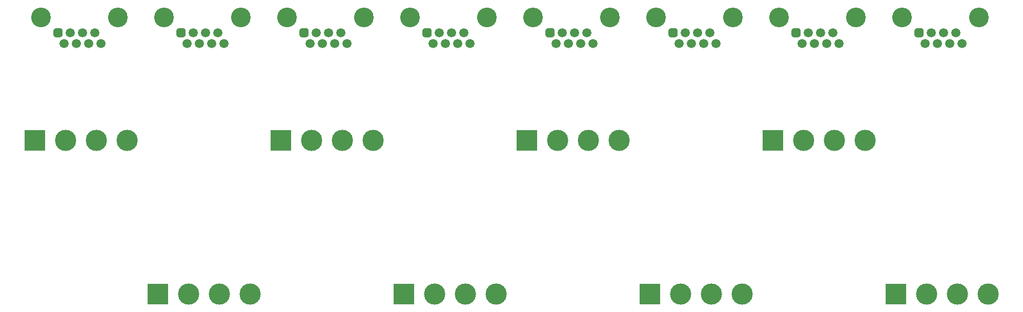
<source format=gbr>
G04 #@! TF.GenerationSoftware,KiCad,Pcbnew,(5.1.9)-1*
G04 #@! TF.CreationDate,2021-09-29T15:51:31-03:00*
G04 #@! TF.ProjectId,RJ45-breakout_8ch,524a3435-2d62-4726-9561-6b6f75745f38,rev?*
G04 #@! TF.SameCoordinates,Original*
G04 #@! TF.FileFunction,Soldermask,Top*
G04 #@! TF.FilePolarity,Negative*
%FSLAX46Y46*%
G04 Gerber Fmt 4.6, Leading zero omitted, Abs format (unit mm)*
G04 Created by KiCad (PCBNEW (5.1.9)-1) date 2021-09-29 15:51:31*
%MOMM*%
%LPD*%
G01*
G04 APERTURE LIST*
%ADD10R,3.500000X3.500000*%
%ADD11C,3.500000*%
%ADD12C,1.500000*%
%ADD13C,3.250000*%
G04 APERTURE END LIST*
D10*
G04 #@! TO.C,J16*
X214630000Y-119380000D03*
D11*
X219710000Y-119380000D03*
X224790000Y-119380000D03*
X229870000Y-119380000D03*
G04 #@! TD*
D10*
G04 #@! TO.C,J15*
X194310000Y-93980000D03*
D11*
X199390000Y-93980000D03*
X204470000Y-93980000D03*
X209550000Y-93980000D03*
G04 #@! TD*
D10*
G04 #@! TO.C,J14*
X173990000Y-119380000D03*
D11*
X179070000Y-119380000D03*
X184150000Y-119380000D03*
X189230000Y-119380000D03*
G04 #@! TD*
D10*
G04 #@! TO.C,J13*
X153670000Y-93980000D03*
D11*
X158750000Y-93980000D03*
X163830000Y-93980000D03*
X168910000Y-93980000D03*
G04 #@! TD*
D10*
G04 #@! TO.C,J12*
X133350000Y-119380000D03*
D11*
X138430000Y-119380000D03*
X143510000Y-119380000D03*
X148590000Y-119380000D03*
G04 #@! TD*
D10*
G04 #@! TO.C,J11*
X113030000Y-93980000D03*
D11*
X118110000Y-93980000D03*
X123190000Y-93980000D03*
X128270000Y-93980000D03*
G04 #@! TD*
D10*
G04 #@! TO.C,J10*
X92710000Y-119380000D03*
D11*
X97790000Y-119380000D03*
X102870000Y-119380000D03*
X107950000Y-119380000D03*
G04 #@! TD*
D10*
G04 #@! TO.C,J9*
X72390000Y-93980000D03*
D11*
X77470000Y-93980000D03*
X82550000Y-93980000D03*
X87630000Y-93980000D03*
G04 #@! TD*
G04 #@! TO.C,J1*
G36*
G01*
X75450000Y-76575000D02*
X75450000Y-75825000D01*
G75*
G02*
X75825000Y-75450000I375000J0D01*
G01*
X76575000Y-75450000D01*
G75*
G02*
X76950000Y-75825000I0J-375000D01*
G01*
X76950000Y-76575000D01*
G75*
G02*
X76575000Y-76950000I-375000J0D01*
G01*
X75825000Y-76950000D01*
G75*
G02*
X75450000Y-76575000I0J375000D01*
G01*
G37*
D12*
X78232000Y-76200000D03*
X80264000Y-76200000D03*
X82296000Y-76200000D03*
X77216000Y-77980000D03*
X79248000Y-77980000D03*
X81280000Y-77980000D03*
X83312000Y-77980000D03*
D13*
X73410000Y-73660000D03*
X86110000Y-73660000D03*
G04 #@! TD*
G04 #@! TO.C,J2*
G36*
G01*
X95770000Y-76575000D02*
X95770000Y-75825000D01*
G75*
G02*
X96145000Y-75450000I375000J0D01*
G01*
X96895000Y-75450000D01*
G75*
G02*
X97270000Y-75825000I0J-375000D01*
G01*
X97270000Y-76575000D01*
G75*
G02*
X96895000Y-76950000I-375000J0D01*
G01*
X96145000Y-76950000D01*
G75*
G02*
X95770000Y-76575000I0J375000D01*
G01*
G37*
D12*
X98552000Y-76200000D03*
X100584000Y-76200000D03*
X102616000Y-76200000D03*
X97536000Y-77980000D03*
X99568000Y-77980000D03*
X101600000Y-77980000D03*
X103632000Y-77980000D03*
D13*
X93730000Y-73660000D03*
X106430000Y-73660000D03*
G04 #@! TD*
G04 #@! TO.C,J3*
G36*
G01*
X116090000Y-76575000D02*
X116090000Y-75825000D01*
G75*
G02*
X116465000Y-75450000I375000J0D01*
G01*
X117215000Y-75450000D01*
G75*
G02*
X117590000Y-75825000I0J-375000D01*
G01*
X117590000Y-76575000D01*
G75*
G02*
X117215000Y-76950000I-375000J0D01*
G01*
X116465000Y-76950000D01*
G75*
G02*
X116090000Y-76575000I0J375000D01*
G01*
G37*
D12*
X118872000Y-76200000D03*
X120904000Y-76200000D03*
X122936000Y-76200000D03*
X117856000Y-77980000D03*
X119888000Y-77980000D03*
X121920000Y-77980000D03*
X123952000Y-77980000D03*
D13*
X114050000Y-73660000D03*
X126750000Y-73660000D03*
G04 #@! TD*
G04 #@! TO.C,J4*
G36*
G01*
X136410000Y-76575000D02*
X136410000Y-75825000D01*
G75*
G02*
X136785000Y-75450000I375000J0D01*
G01*
X137535000Y-75450000D01*
G75*
G02*
X137910000Y-75825000I0J-375000D01*
G01*
X137910000Y-76575000D01*
G75*
G02*
X137535000Y-76950000I-375000J0D01*
G01*
X136785000Y-76950000D01*
G75*
G02*
X136410000Y-76575000I0J375000D01*
G01*
G37*
D12*
X139192000Y-76200000D03*
X141224000Y-76200000D03*
X143256000Y-76200000D03*
X138176000Y-77980000D03*
X140208000Y-77980000D03*
X142240000Y-77980000D03*
X144272000Y-77980000D03*
D13*
X134370000Y-73660000D03*
X147070000Y-73660000D03*
G04 #@! TD*
G04 #@! TO.C,J5*
G36*
G01*
X156730000Y-76575000D02*
X156730000Y-75825000D01*
G75*
G02*
X157105000Y-75450000I375000J0D01*
G01*
X157855000Y-75450000D01*
G75*
G02*
X158230000Y-75825000I0J-375000D01*
G01*
X158230000Y-76575000D01*
G75*
G02*
X157855000Y-76950000I-375000J0D01*
G01*
X157105000Y-76950000D01*
G75*
G02*
X156730000Y-76575000I0J375000D01*
G01*
G37*
D12*
X159512000Y-76200000D03*
X161544000Y-76200000D03*
X163576000Y-76200000D03*
X158496000Y-77980000D03*
X160528000Y-77980000D03*
X162560000Y-77980000D03*
X164592000Y-77980000D03*
D13*
X154690000Y-73660000D03*
X167390000Y-73660000D03*
G04 #@! TD*
G04 #@! TO.C,J6*
G36*
G01*
X177050000Y-76575000D02*
X177050000Y-75825000D01*
G75*
G02*
X177425000Y-75450000I375000J0D01*
G01*
X178175000Y-75450000D01*
G75*
G02*
X178550000Y-75825000I0J-375000D01*
G01*
X178550000Y-76575000D01*
G75*
G02*
X178175000Y-76950000I-375000J0D01*
G01*
X177425000Y-76950000D01*
G75*
G02*
X177050000Y-76575000I0J375000D01*
G01*
G37*
D12*
X179832000Y-76200000D03*
X181864000Y-76200000D03*
X183896000Y-76200000D03*
X178816000Y-77980000D03*
X180848000Y-77980000D03*
X182880000Y-77980000D03*
X184912000Y-77980000D03*
D13*
X175010000Y-73660000D03*
X187710000Y-73660000D03*
G04 #@! TD*
G04 #@! TO.C,J7*
G36*
G01*
X197370000Y-76575000D02*
X197370000Y-75825000D01*
G75*
G02*
X197745000Y-75450000I375000J0D01*
G01*
X198495000Y-75450000D01*
G75*
G02*
X198870000Y-75825000I0J-375000D01*
G01*
X198870000Y-76575000D01*
G75*
G02*
X198495000Y-76950000I-375000J0D01*
G01*
X197745000Y-76950000D01*
G75*
G02*
X197370000Y-76575000I0J375000D01*
G01*
G37*
D12*
X200152000Y-76200000D03*
X202184000Y-76200000D03*
X204216000Y-76200000D03*
X199136000Y-77980000D03*
X201168000Y-77980000D03*
X203200000Y-77980000D03*
X205232000Y-77980000D03*
D13*
X195330000Y-73660000D03*
X208030000Y-73660000D03*
G04 #@! TD*
G04 #@! TO.C,J8*
G36*
G01*
X217690000Y-76575000D02*
X217690000Y-75825000D01*
G75*
G02*
X218065000Y-75450000I375000J0D01*
G01*
X218815000Y-75450000D01*
G75*
G02*
X219190000Y-75825000I0J-375000D01*
G01*
X219190000Y-76575000D01*
G75*
G02*
X218815000Y-76950000I-375000J0D01*
G01*
X218065000Y-76950000D01*
G75*
G02*
X217690000Y-76575000I0J375000D01*
G01*
G37*
D12*
X220472000Y-76200000D03*
X222504000Y-76200000D03*
X224536000Y-76200000D03*
X219456000Y-77980000D03*
X221488000Y-77980000D03*
X223520000Y-77980000D03*
X225552000Y-77980000D03*
D13*
X215650000Y-73660000D03*
X228350000Y-73660000D03*
G04 #@! TD*
M02*

</source>
